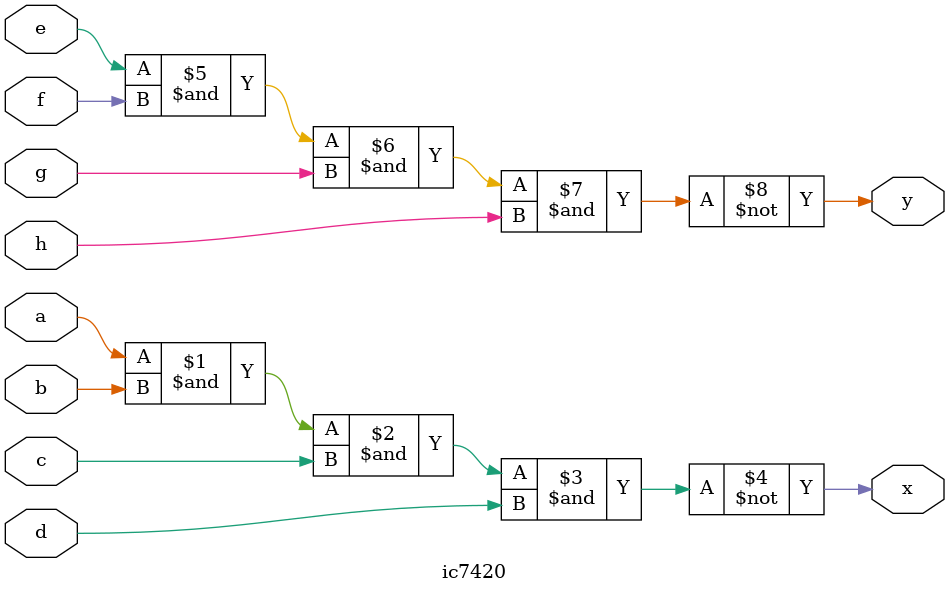
<source format=v>

module ic7420 ( 
    input a,b,c,d,
    output x,
    input e,f,g,h,
    output y );
    assign x = ~(a & b & c & d);
    assign y = ~(e & f & g & h);
endmodule
</source>
